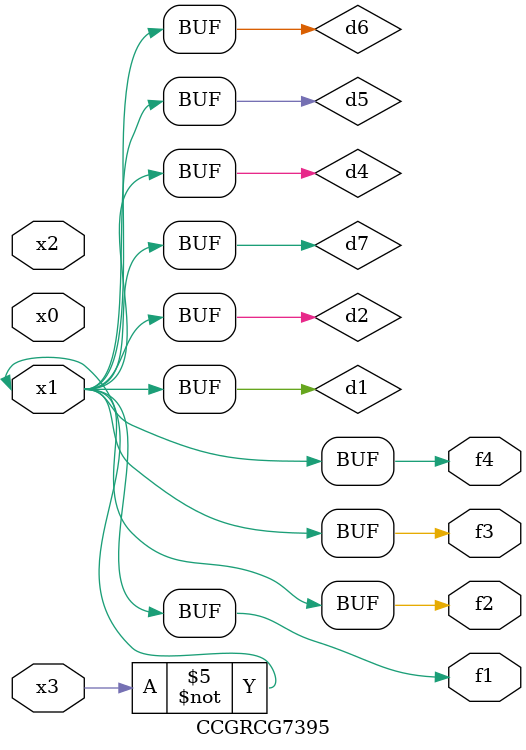
<source format=v>
module CCGRCG7395(
	input x0, x1, x2, x3,
	output f1, f2, f3, f4
);

	wire d1, d2, d3, d4, d5, d6, d7;

	not (d1, x3);
	buf (d2, x1);
	xnor (d3, d1, d2);
	nor (d4, d1);
	buf (d5, d1, d2);
	buf (d6, d4, d5);
	nand (d7, d4);
	assign f1 = d6;
	assign f2 = d7;
	assign f3 = d6;
	assign f4 = d6;
endmodule

</source>
